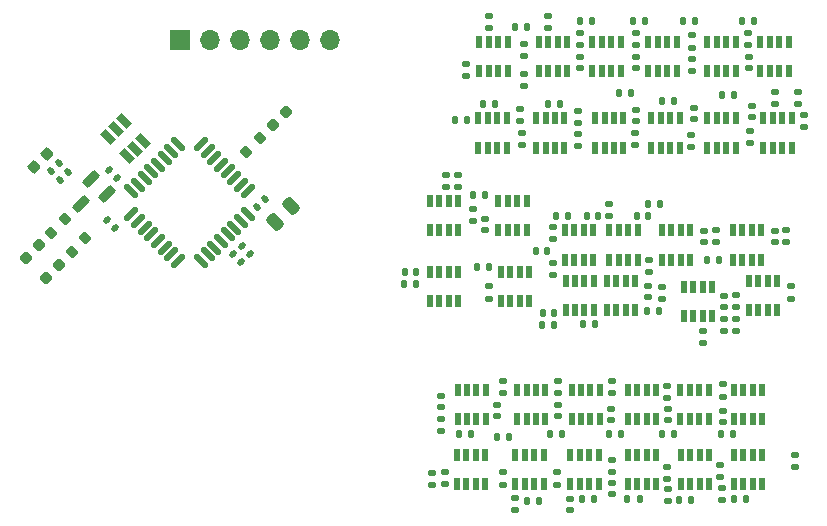
<source format=gbs>
%TF.GenerationSoftware,KiCad,Pcbnew,8.0.5*%
%TF.CreationDate,2024-11-01T13:05:59-07:00*%
%TF.ProjectId,bizcard,62697a63-6172-4642-9e6b-696361645f70,rev?*%
%TF.SameCoordinates,Original*%
%TF.FileFunction,Soldermask,Bot*%
%TF.FilePolarity,Negative*%
%FSLAX46Y46*%
G04 Gerber Fmt 4.6, Leading zero omitted, Abs format (unit mm)*
G04 Created by KiCad (PCBNEW 8.0.5) date 2024-11-01 13:05:59*
%MOMM*%
%LPD*%
G01*
G04 APERTURE LIST*
G04 Aperture macros list*
%AMRoundRect*
0 Rectangle with rounded corners*
0 $1 Rounding radius*
0 $2 $3 $4 $5 $6 $7 $8 $9 X,Y pos of 4 corners*
0 Add a 4 corners polygon primitive as box body*
4,1,4,$2,$3,$4,$5,$6,$7,$8,$9,$2,$3,0*
0 Add four circle primitives for the rounded corners*
1,1,$1+$1,$2,$3*
1,1,$1+$1,$4,$5*
1,1,$1+$1,$6,$7*
1,1,$1+$1,$8,$9*
0 Add four rect primitives between the rounded corners*
20,1,$1+$1,$2,$3,$4,$5,0*
20,1,$1+$1,$4,$5,$6,$7,0*
20,1,$1+$1,$6,$7,$8,$9,0*
20,1,$1+$1,$8,$9,$2,$3,0*%
%AMRotRect*
0 Rectangle, with rotation*
0 The origin of the aperture is its center*
0 $1 length*
0 $2 width*
0 $3 Rotation angle, in degrees counterclockwise*
0 Add horizontal line*
21,1,$1,$2,0,0,$3*%
G04 Aperture macros list end*
%ADD10R,1.700000X1.700000*%
%ADD11O,1.700000X1.700000*%
%ADD12RoundRect,0.135000X-0.135000X-0.185000X0.135000X-0.185000X0.135000X0.185000X-0.135000X0.185000X0*%
%ADD13RoundRect,0.140000X-0.170000X0.140000X-0.170000X-0.140000X0.170000X-0.140000X0.170000X0.140000X0*%
%ADD14RoundRect,0.140000X0.170000X-0.140000X0.170000X0.140000X-0.170000X0.140000X-0.170000X-0.140000X0*%
%ADD15RoundRect,0.140000X0.021213X-0.219203X0.219203X-0.021213X-0.021213X0.219203X-0.219203X0.021213X0*%
%ADD16RoundRect,0.051000X0.225000X0.450000X-0.225000X0.450000X-0.225000X-0.450000X0.225000X-0.450000X0*%
%ADD17RoundRect,0.051000X-0.225000X-0.450000X0.225000X-0.450000X0.225000X0.450000X-0.225000X0.450000X0*%
%ADD18RoundRect,0.140000X0.140000X0.170000X-0.140000X0.170000X-0.140000X-0.170000X0.140000X-0.170000X0*%
%ADD19RoundRect,0.135000X0.185000X-0.135000X0.185000X0.135000X-0.185000X0.135000X-0.185000X-0.135000X0*%
%ADD20RoundRect,0.135000X-0.185000X0.135000X-0.185000X-0.135000X0.185000X-0.135000X0.185000X0.135000X0*%
%ADD21RoundRect,0.135000X0.135000X0.185000X-0.135000X0.185000X-0.135000X-0.185000X0.135000X-0.185000X0*%
%ADD22RoundRect,0.218750X0.026517X-0.335876X0.335876X-0.026517X-0.026517X0.335876X-0.335876X0.026517X0*%
%ADD23RoundRect,0.250000X0.159099X-0.512652X0.512652X-0.159099X-0.159099X0.512652X-0.512652X0.159099X0*%
%ADD24RoundRect,0.140000X0.219203X0.021213X0.021213X0.219203X-0.219203X-0.021213X-0.021213X-0.219203X0*%
%ADD25RoundRect,0.200000X-0.053033X0.335876X-0.335876X0.053033X0.053033X-0.335876X0.335876X-0.053033X0*%
%ADD26RoundRect,0.125000X0.530330X-0.353553X-0.353553X0.530330X-0.530330X0.353553X0.353553X-0.530330X0*%
%ADD27RoundRect,0.125000X0.530330X0.353553X0.353553X0.530330X-0.530330X-0.353553X-0.353553X-0.530330X0*%
%ADD28RoundRect,0.140000X-0.219203X-0.021213X-0.021213X-0.219203X0.219203X0.021213X0.021213X0.219203X0*%
%ADD29RotRect,0.600000X1.200000X45.000000*%
%ADD30RoundRect,0.218750X-0.026517X0.335876X-0.335876X0.026517X0.026517X-0.335876X0.335876X-0.026517X0*%
%ADD31RoundRect,0.070000X0.247487X0.671751X-0.671751X-0.247487X-0.247487X-0.671751X0.671751X0.247487X0*%
%ADD32RoundRect,0.225000X0.017678X-0.335876X0.335876X-0.017678X-0.017678X0.335876X-0.335876X0.017678X0*%
%ADD33RoundRect,0.140000X-0.140000X-0.170000X0.140000X-0.170000X0.140000X0.170000X-0.140000X0.170000X0*%
%ADD34RoundRect,0.200000X0.053033X-0.335876X0.335876X-0.053033X-0.053033X0.335876X-0.335876X0.053033X0*%
G04 APERTURE END LIST*
D10*
%TO.C,J2*%
X87580000Y-63000000D03*
D11*
X90120000Y-63000000D03*
X92660000Y-63000000D03*
X95200000Y-63000000D03*
X97740000Y-63000000D03*
X100280000Y-63000000D03*
%TD*%
D12*
%TO.C,R37*%
X112740000Y-82250000D03*
X113760000Y-82250000D03*
%TD*%
D13*
%TO.C,C26*%
X114450000Y-93920000D03*
X114450000Y-94880000D03*
%TD*%
D14*
%TO.C,C12*%
X139950000Y-68400000D03*
X139950000Y-67440000D03*
%TD*%
D15*
%TO.C,C39*%
X77460589Y-74839411D03*
X78139411Y-74160589D03*
%TD*%
D16*
%TO.C,U6*%
X139150000Y-65650000D03*
X138350000Y-65650000D03*
X137550000Y-65650000D03*
X136750000Y-65650000D03*
X136750000Y-63150000D03*
X137550000Y-63150000D03*
X138350000Y-63150000D03*
X139150000Y-63150000D03*
%TD*%
D17*
%TO.C,U35*%
X130000000Y-98150000D03*
X130800000Y-98150000D03*
X131600000Y-98150000D03*
X132400000Y-98150000D03*
X132400000Y-100650000D03*
X131600000Y-100650000D03*
X130800000Y-100650000D03*
X130000000Y-100650000D03*
%TD*%
D13*
%TO.C,C2*%
X116700000Y-65920000D03*
X116700000Y-66880000D03*
%TD*%
D14*
%TO.C,C17*%
X131950000Y-80130000D03*
X131950000Y-79170000D03*
%TD*%
D16*
%TO.C,U12*%
X139400000Y-72150000D03*
X138600000Y-72150000D03*
X137800000Y-72150000D03*
X137000000Y-72150000D03*
X137000000Y-69650000D03*
X137800000Y-69650000D03*
X138600000Y-69650000D03*
X139400000Y-69650000D03*
%TD*%
D18*
%TO.C,C16*%
X127230000Y-77900000D03*
X126270000Y-77900000D03*
%TD*%
D19*
%TO.C,R48*%
X134700000Y-87660000D03*
X134700000Y-86640000D03*
%TD*%
D20*
%TO.C,R60*%
X133550000Y-92190000D03*
X133550000Y-93210000D03*
%TD*%
D17*
%TO.C,U21*%
X120250000Y-83400000D03*
X121050000Y-83400000D03*
X121850000Y-83400000D03*
X122650000Y-83400000D03*
X122650000Y-85900000D03*
X121850000Y-85900000D03*
X121050000Y-85900000D03*
X120250000Y-85900000D03*
%TD*%
D21*
%TO.C,R9*%
X131210000Y-61400000D03*
X130190000Y-61400000D03*
%TD*%
D22*
%TO.C,D38*%
X76243153Y-83156847D03*
X77356847Y-82043153D03*
%TD*%
D19*
%TO.C,R78*%
X113800000Y-62010000D03*
X113800000Y-60990000D03*
%TD*%
D14*
%TO.C,C24*%
X134700000Y-85610000D03*
X134700000Y-84650000D03*
%TD*%
D18*
%TO.C,C19*%
X107580000Y-82700000D03*
X106620000Y-82700000D03*
%TD*%
D20*
%TO.C,R58*%
X128850000Y-92340000D03*
X128850000Y-93360000D03*
%TD*%
D16*
%TO.C,U3*%
X124900000Y-65650000D03*
X124100000Y-65650000D03*
X123300000Y-65650000D03*
X122500000Y-65650000D03*
X122500000Y-63150000D03*
X123300000Y-63150000D03*
X124100000Y-63150000D03*
X124900000Y-63150000D03*
%TD*%
D19*
%TO.C,R18*%
X126150000Y-71910000D03*
X126150000Y-70890000D03*
%TD*%
%TO.C,R23*%
X137950000Y-68460000D03*
X137950000Y-67440000D03*
%TD*%
D16*
%TO.C,U8*%
X120150000Y-72150000D03*
X119350000Y-72150000D03*
X118550000Y-72150000D03*
X117750000Y-72150000D03*
X117750000Y-69650000D03*
X118550000Y-69650000D03*
X119350000Y-69650000D03*
X120150000Y-69650000D03*
%TD*%
D13*
%TO.C,C45*%
X111785000Y-65087500D03*
X111785000Y-66047500D03*
%TD*%
D16*
%TO.C,U9*%
X125150000Y-72150000D03*
X124350000Y-72150000D03*
X123550000Y-72150000D03*
X122750000Y-72150000D03*
X122750000Y-69650000D03*
X123550000Y-69650000D03*
X124350000Y-69650000D03*
X125150000Y-69650000D03*
%TD*%
D19*
%TO.C,R31*%
X119200000Y-79910000D03*
X119200000Y-78890000D03*
%TD*%
D21*
%TO.C,R11*%
X136220000Y-61400000D03*
X135200000Y-61400000D03*
%TD*%
D19*
%TO.C,R46*%
X133700000Y-87660000D03*
X133700000Y-86640000D03*
%TD*%
D17*
%TO.C,U16*%
X123950000Y-79150000D03*
X124750000Y-79150000D03*
X125550000Y-79150000D03*
X126350000Y-79150000D03*
X126350000Y-81650000D03*
X125550000Y-81650000D03*
X124750000Y-81650000D03*
X123950000Y-81650000D03*
%TD*%
D19*
%TO.C,R20*%
X130850000Y-72060000D03*
X130850000Y-71040000D03*
%TD*%
D16*
%TO.C,U15*%
X122600000Y-81650000D03*
X121800000Y-81650000D03*
X121000000Y-81650000D03*
X120200000Y-81650000D03*
X120200000Y-79150000D03*
X121000000Y-79150000D03*
X121800000Y-79150000D03*
X122600000Y-79150000D03*
%TD*%
D20*
%TO.C,R67*%
X128850000Y-99140000D03*
X128850000Y-100160000D03*
%TD*%
D23*
%TO.C,C41*%
X95628249Y-78421751D03*
X96971751Y-77078249D03*
%TD*%
D24*
%TO.C,C42*%
X82239411Y-74739411D03*
X81560589Y-74060589D03*
%TD*%
D16*
%TO.C,U10*%
X129900000Y-72150000D03*
X129100000Y-72150000D03*
X128300000Y-72150000D03*
X127500000Y-72150000D03*
X127500000Y-69650000D03*
X128300000Y-69650000D03*
X129100000Y-69650000D03*
X129900000Y-69650000D03*
%TD*%
D21*
%TO.C,R49*%
X112210000Y-96400000D03*
X111190000Y-96400000D03*
%TD*%
D17*
%TO.C,U34*%
X125500000Y-98150000D03*
X126300000Y-98150000D03*
X127100000Y-98150000D03*
X127900000Y-98150000D03*
X127900000Y-100650000D03*
X127100000Y-100650000D03*
X126300000Y-100650000D03*
X125500000Y-100650000D03*
%TD*%
D19*
%TO.C,R16*%
X121300000Y-72010000D03*
X121300000Y-70990000D03*
%TD*%
D25*
%TO.C,R2*%
X79583363Y-79816637D03*
X78416637Y-80983363D03*
%TD*%
D14*
%TO.C,C13*%
X111150000Y-75430000D03*
X111150000Y-74470000D03*
%TD*%
D19*
%TO.C,R47*%
X139300000Y-84910000D03*
X139300000Y-83890000D03*
%TD*%
D18*
%TO.C,C21*%
X119280000Y-86150000D03*
X118320000Y-86150000D03*
%TD*%
D13*
%TO.C,C8*%
X121300000Y-69070000D03*
X121300000Y-70030000D03*
%TD*%
D14*
%TO.C,C31*%
X108900000Y-100660000D03*
X108900000Y-99700000D03*
%TD*%
D13*
%TO.C,C4*%
X126200000Y-64420000D03*
X126200000Y-65380000D03*
%TD*%
D20*
%TO.C,R28*%
X112450000Y-77290000D03*
X112450000Y-78310000D03*
%TD*%
D15*
%TO.C,C37*%
X76721178Y-74078822D03*
X77400000Y-73400000D03*
%TD*%
D14*
%TO.C,C18*%
X137950000Y-80130000D03*
X137950000Y-79170000D03*
%TD*%
D12*
%TO.C,R17*%
X124740000Y-67550000D03*
X125760000Y-67550000D03*
%TD*%
D13*
%TO.C,C34*%
X124200000Y-100520000D03*
X124200000Y-101480000D03*
%TD*%
%TO.C,C6*%
X135750000Y-64470000D03*
X135750000Y-65430000D03*
%TD*%
D17*
%TO.C,U26*%
X116147500Y-92650000D03*
X116947500Y-92650000D03*
X117747500Y-92650000D03*
X118547500Y-92650000D03*
X118547500Y-95150000D03*
X117747500Y-95150000D03*
X116947500Y-95150000D03*
X116147500Y-95150000D03*
%TD*%
D16*
%TO.C,U38*%
X115337500Y-65650000D03*
X114537500Y-65650000D03*
X113737500Y-65650000D03*
X112937500Y-65650000D03*
X112937500Y-63150000D03*
X113737500Y-63150000D03*
X114537500Y-63150000D03*
X115337500Y-63150000D03*
%TD*%
D13*
%TO.C,C35*%
X128900000Y-101070000D03*
X128900000Y-102030000D03*
%TD*%
D26*
%TO.C,U37*%
X93332070Y-77772272D03*
X92766384Y-78337957D03*
X92200699Y-78903643D03*
X91635014Y-79469328D03*
X91069328Y-80035014D03*
X90503643Y-80600699D03*
X89937957Y-81166384D03*
X89372272Y-81732070D03*
D27*
X87427728Y-81732070D03*
X86862043Y-81166384D03*
X86296357Y-80600699D03*
X85730672Y-80035014D03*
X85164986Y-79469328D03*
X84599301Y-78903643D03*
X84033616Y-78337957D03*
X83467930Y-77772272D03*
D26*
X83467930Y-75827728D03*
X84033616Y-75262043D03*
X84599301Y-74696357D03*
X85164986Y-74130672D03*
X85730672Y-73564986D03*
X86296357Y-72999301D03*
X86862043Y-72433616D03*
X87427728Y-71867930D03*
D27*
X89372272Y-71867930D03*
X89937957Y-72433616D03*
X90503643Y-72999301D03*
X91069328Y-73564986D03*
X91635014Y-74130672D03*
X92200699Y-74696357D03*
X92766384Y-75262043D03*
X93332070Y-75827728D03*
%TD*%
D20*
%TO.C,R36*%
X138950000Y-79140000D03*
X138950000Y-80160000D03*
%TD*%
D16*
%TO.C,U13*%
X111150000Y-79150000D03*
X110350000Y-79150000D03*
X109550000Y-79150000D03*
X108750000Y-79150000D03*
X108750000Y-76650000D03*
X109550000Y-76650000D03*
X110350000Y-76650000D03*
X111150000Y-76650000D03*
%TD*%
D28*
%TO.C,C1*%
X92860589Y-80460589D03*
X93539411Y-81139411D03*
%TD*%
D13*
%TO.C,C30*%
X133550000Y-94420000D03*
X133550000Y-95380000D03*
%TD*%
D19*
%TO.C,R40*%
X119200000Y-82900000D03*
X119200000Y-81880000D03*
%TD*%
D21*
%TO.C,R79*%
X116960000Y-61900000D03*
X115940000Y-61900000D03*
%TD*%
D16*
%TO.C,U19*%
X111150000Y-85150000D03*
X110350000Y-85150000D03*
X109550000Y-85150000D03*
X108750000Y-85150000D03*
X108750000Y-82650000D03*
X109550000Y-82650000D03*
X110350000Y-82650000D03*
X111150000Y-82650000D03*
%TD*%
D14*
%TO.C,C23*%
X133700000Y-85630000D03*
X133700000Y-84670000D03*
%TD*%
D19*
%TO.C,R71*%
X139650000Y-99210000D03*
X139650000Y-98190000D03*
%TD*%
D29*
%TO.C,D37*%
X81515076Y-71258579D03*
X82186827Y-70586827D03*
X82858579Y-69915076D03*
X84484924Y-71541421D03*
X83813173Y-72213173D03*
X83141421Y-72884924D03*
%TD*%
D21*
%TO.C,R68*%
X126510000Y-101900000D03*
X125490000Y-101900000D03*
%TD*%
D13*
%TO.C,C32*%
X115950000Y-101820000D03*
X115950000Y-102780000D03*
%TD*%
D12*
%TO.C,R15*%
X118790000Y-68450000D03*
X119810000Y-68450000D03*
%TD*%
D30*
%TO.C,D39*%
X96556847Y-69143153D03*
X95443153Y-70256847D03*
%TD*%
D20*
%TO.C,R65*%
X124200000Y-98590000D03*
X124200000Y-99610000D03*
%TD*%
%TO.C,R54*%
X119600000Y-91890000D03*
X119600000Y-92910000D03*
%TD*%
D14*
%TO.C,C22*%
X127200000Y-84780000D03*
X127200000Y-83820000D03*
%TD*%
D13*
%TO.C,C11*%
X136050000Y-68620000D03*
X136050000Y-69580000D03*
%TD*%
D21*
%TO.C,R27*%
X113460000Y-76150000D03*
X112440000Y-76150000D03*
%TD*%
D17*
%TO.C,U36*%
X134500000Y-98150000D03*
X135300000Y-98150000D03*
X136100000Y-98150000D03*
X136900000Y-98150000D03*
X136900000Y-100650000D03*
X136100000Y-100650000D03*
X135300000Y-100650000D03*
X134500000Y-100650000D03*
%TD*%
D19*
%TO.C,R24*%
X140450000Y-70420000D03*
X140450000Y-69400000D03*
%TD*%
D20*
%TO.C,R30*%
X123950000Y-76940000D03*
X123950000Y-77960000D03*
%TD*%
D17*
%TO.C,U25*%
X111102500Y-92650000D03*
X111902500Y-92650000D03*
X112702500Y-92650000D03*
X113502500Y-92650000D03*
X113502500Y-95150000D03*
X112702500Y-95150000D03*
X111902500Y-95150000D03*
X111102500Y-95150000D03*
%TD*%
D20*
%TO.C,R26*%
X110150000Y-74440000D03*
X110150000Y-75460000D03*
%TD*%
D17*
%TO.C,U24*%
X135750000Y-83400000D03*
X136550000Y-83400000D03*
X137350000Y-83400000D03*
X138150000Y-83400000D03*
X138150000Y-85900000D03*
X137350000Y-85900000D03*
X136550000Y-85900000D03*
X135750000Y-85900000D03*
%TD*%
D31*
%TO.C,U1*%
X80056497Y-74756497D03*
X81400000Y-76100000D03*
X79243324Y-76913173D03*
%TD*%
D21*
%TO.C,R57*%
X129460000Y-96400000D03*
X128440000Y-96400000D03*
%TD*%
D18*
%TO.C,C15*%
X123010000Y-77950000D03*
X122050000Y-77950000D03*
%TD*%
D17*
%TO.C,U31*%
X111040000Y-98150000D03*
X111840000Y-98150000D03*
X112640000Y-98150000D03*
X113440000Y-98150000D03*
X113440000Y-100650000D03*
X112640000Y-100650000D03*
X111840000Y-100650000D03*
X111040000Y-100650000D03*
%TD*%
%TO.C,U18*%
X134397500Y-79150000D03*
X135197500Y-79150000D03*
X135997500Y-79150000D03*
X136797500Y-79150000D03*
X136797500Y-81650000D03*
X135997500Y-81650000D03*
X135197500Y-81650000D03*
X134397500Y-81650000D03*
%TD*%
%TO.C,U17*%
X128400000Y-79150000D03*
X129200000Y-79150000D03*
X130000000Y-79150000D03*
X130800000Y-79150000D03*
X130800000Y-81650000D03*
X130000000Y-81650000D03*
X129200000Y-81650000D03*
X128400000Y-81650000D03*
%TD*%
D19*
%TO.C,R14*%
X116550000Y-71910000D03*
X116550000Y-70890000D03*
%TD*%
D12*
%TO.C,R25*%
X110890000Y-69800000D03*
X111910000Y-69800000D03*
%TD*%
D17*
%TO.C,U30*%
X134500000Y-92650000D03*
X135300000Y-92650000D03*
X136100000Y-92650000D03*
X136900000Y-92650000D03*
X136900000Y-95150000D03*
X136100000Y-95150000D03*
X135300000Y-95150000D03*
X134500000Y-95150000D03*
%TD*%
D19*
%TO.C,R3*%
X118750000Y-62010000D03*
X118750000Y-60990000D03*
%TD*%
D21*
%TO.C,R66*%
X122620000Y-101850000D03*
X121600000Y-101850000D03*
%TD*%
%TO.C,R55*%
X124960000Y-96400000D03*
X123940000Y-96400000D03*
%TD*%
%TO.C,R32*%
X128210000Y-76950000D03*
X127190000Y-76950000D03*
%TD*%
D19*
%TO.C,R22*%
X135850000Y-71710000D03*
X135850000Y-70690000D03*
%TD*%
D14*
%TO.C,C25*%
X109700000Y-94130000D03*
X109700000Y-93170000D03*
%TD*%
D21*
%TO.C,R29*%
X120460000Y-77900000D03*
X119440000Y-77900000D03*
%TD*%
%TO.C,R59*%
X134460000Y-96400000D03*
X133440000Y-96400000D03*
%TD*%
D20*
%TO.C,R34*%
X132950000Y-79130000D03*
X132950000Y-80150000D03*
%TD*%
%TO.C,R8*%
X126200000Y-62390000D03*
X126200000Y-63410000D03*
%TD*%
D16*
%TO.C,U4*%
X129650000Y-65650000D03*
X128850000Y-65650000D03*
X128050000Y-65650000D03*
X127250000Y-65650000D03*
X127250000Y-63150000D03*
X128050000Y-63150000D03*
X128850000Y-63150000D03*
X129650000Y-63150000D03*
%TD*%
D17*
%TO.C,U27*%
X120750000Y-92650000D03*
X121550000Y-92650000D03*
X122350000Y-92650000D03*
X123150000Y-92650000D03*
X123150000Y-95150000D03*
X122350000Y-95150000D03*
X121550000Y-95150000D03*
X120750000Y-95150000D03*
%TD*%
D32*
%TO.C,C44*%
X75251992Y-73748008D03*
X76348008Y-72651992D03*
%TD*%
D33*
%TO.C,C20*%
X117720000Y-80900000D03*
X118680000Y-80900000D03*
%TD*%
D17*
%TO.C,U33*%
X120647500Y-98150000D03*
X121447500Y-98150000D03*
X122247500Y-98150000D03*
X123047500Y-98150000D03*
X123047500Y-100650000D03*
X122247500Y-100650000D03*
X121447500Y-100650000D03*
X120647500Y-100650000D03*
%TD*%
D19*
%TO.C,R63*%
X119550000Y-100660000D03*
X119550000Y-99640000D03*
%TD*%
D13*
%TO.C,C5*%
X130950000Y-64670000D03*
X130950000Y-65630000D03*
%TD*%
D16*
%TO.C,U20*%
X117150000Y-85150000D03*
X116350000Y-85150000D03*
X115550000Y-85150000D03*
X114750000Y-85150000D03*
X114750000Y-82650000D03*
X115550000Y-82650000D03*
X116350000Y-82650000D03*
X117150000Y-82650000D03*
%TD*%
D21*
%TO.C,R72*%
X135510000Y-101850000D03*
X134490000Y-101850000D03*
%TD*%
D16*
%TO.C,U5*%
X134650000Y-65650000D03*
X133850000Y-65650000D03*
X133050000Y-65650000D03*
X132250000Y-65650000D03*
X132250000Y-63150000D03*
X133050000Y-63150000D03*
X133850000Y-63150000D03*
X134650000Y-63150000D03*
%TD*%
D13*
%TO.C,C9*%
X126200000Y-68920000D03*
X126200000Y-69880000D03*
%TD*%
D16*
%TO.C,U14*%
X116950000Y-79150000D03*
X116150000Y-79150000D03*
X115350000Y-79150000D03*
X114550000Y-79150000D03*
X114550000Y-76650000D03*
X115350000Y-76650000D03*
X116150000Y-76650000D03*
X116950000Y-76650000D03*
%TD*%
D20*
%TO.C,R56*%
X124200000Y-91890000D03*
X124200000Y-92910000D03*
%TD*%
D22*
%TO.C,D2*%
X74586306Y-81513694D03*
X75700000Y-80400000D03*
%TD*%
D17*
%TO.C,U28*%
X125500000Y-92650000D03*
X126300000Y-92650000D03*
X127100000Y-92650000D03*
X127900000Y-92650000D03*
X127900000Y-95150000D03*
X127100000Y-95150000D03*
X126300000Y-95150000D03*
X125500000Y-95150000D03*
%TD*%
D21*
%TO.C,R53*%
X119970000Y-96400000D03*
X118950000Y-96400000D03*
%TD*%
%TO.C,R70*%
X130860000Y-102000000D03*
X129840000Y-102000000D03*
%TD*%
D13*
%TO.C,C7*%
X116400000Y-68900000D03*
X116400000Y-69860000D03*
%TD*%
D12*
%TO.C,R13*%
X113290000Y-68450000D03*
X114310000Y-68450000D03*
%TD*%
D20*
%TO.C,R33*%
X127300000Y-81640000D03*
X127300000Y-82660000D03*
%TD*%
D17*
%TO.C,U22*%
X123750000Y-83400000D03*
X124550000Y-83400000D03*
X125350000Y-83400000D03*
X126150000Y-83400000D03*
X126150000Y-85900000D03*
X125350000Y-85900000D03*
X124550000Y-85900000D03*
X123750000Y-85900000D03*
%TD*%
D16*
%TO.C,U2*%
X120400000Y-65650000D03*
X119600000Y-65650000D03*
X118800000Y-65650000D03*
X118000000Y-65650000D03*
X118000000Y-63150000D03*
X118800000Y-63150000D03*
X119600000Y-63150000D03*
X120400000Y-63150000D03*
%TD*%
D34*
%TO.C,R73*%
X93216637Y-72483363D03*
X94383363Y-71316637D03*
%TD*%
D13*
%TO.C,C27*%
X119600000Y-93920000D03*
X119600000Y-94880000D03*
%TD*%
D16*
%TO.C,U7*%
X115252500Y-72150000D03*
X114452500Y-72150000D03*
X113652500Y-72150000D03*
X112852500Y-72150000D03*
X112852500Y-69650000D03*
X113652500Y-69650000D03*
X114452500Y-69650000D03*
X115252500Y-69650000D03*
%TD*%
D17*
%TO.C,U29*%
X129950000Y-92650000D03*
X130750000Y-92650000D03*
X131550000Y-92650000D03*
X132350000Y-92650000D03*
X132350000Y-95150000D03*
X131550000Y-95150000D03*
X130750000Y-95150000D03*
X129950000Y-95150000D03*
%TD*%
D20*
%TO.C,R4*%
X116700000Y-63390000D03*
X116700000Y-64410000D03*
%TD*%
D13*
%TO.C,C36*%
X133450000Y-100970000D03*
X133450000Y-101930000D03*
%TD*%
D12*
%TO.C,R43*%
X127140000Y-85950000D03*
X128160000Y-85950000D03*
%TD*%
D25*
%TO.C,R1*%
X77883363Y-78216637D03*
X76716637Y-79383363D03*
%TD*%
D12*
%TO.C,R42*%
X118240000Y-87150000D03*
X119260000Y-87150000D03*
%TD*%
D28*
%TO.C,C43*%
X92060589Y-81160589D03*
X92739411Y-81839411D03*
%TD*%
D20*
%TO.C,R39*%
X113750000Y-83890000D03*
X113750000Y-84910000D03*
%TD*%
D13*
%TO.C,C14*%
X113450000Y-78150000D03*
X113450000Y-79110000D03*
%TD*%
D19*
%TO.C,R61*%
X114950000Y-100660000D03*
X114950000Y-99640000D03*
%TD*%
D20*
%TO.C,R10*%
X130950000Y-62640000D03*
X130950000Y-63660000D03*
%TD*%
D13*
%TO.C,C3*%
X121500000Y-64420000D03*
X121500000Y-65380000D03*
%TD*%
D19*
%TO.C,R50*%
X109700000Y-96160000D03*
X109700000Y-95140000D03*
%TD*%
D13*
%TO.C,C33*%
X120650000Y-101870000D03*
X120650000Y-102830000D03*
%TD*%
D20*
%TO.C,R44*%
X128400000Y-83940000D03*
X128400000Y-84960000D03*
%TD*%
%TO.C,R45*%
X131900000Y-87640000D03*
X131900000Y-88660000D03*
%TD*%
D16*
%TO.C,U11*%
X134650000Y-72150000D03*
X133850000Y-72150000D03*
X133050000Y-72150000D03*
X132250000Y-72150000D03*
X132250000Y-69650000D03*
X133050000Y-69650000D03*
X133850000Y-69650000D03*
X134650000Y-69650000D03*
%TD*%
D21*
%TO.C,R7*%
X126960000Y-61400000D03*
X125940000Y-61400000D03*
%TD*%
D12*
%TO.C,R19*%
X128390000Y-68200000D03*
X129410000Y-68200000D03*
%TD*%
D14*
%TO.C,C28*%
X124100000Y-95230000D03*
X124100000Y-94270000D03*
%TD*%
%TO.C,C29*%
X128950000Y-95230000D03*
X128950000Y-94270000D03*
%TD*%
D20*
%TO.C,R52*%
X114950000Y-91880000D03*
X114950000Y-92900000D03*
%TD*%
D21*
%TO.C,R5*%
X122460000Y-61400000D03*
X121440000Y-61400000D03*
%TD*%
D15*
%TO.C,C40*%
X94110589Y-77139411D03*
X94789411Y-76460589D03*
%TD*%
D12*
%TO.C,R21*%
X133490000Y-67700000D03*
X134510000Y-67700000D03*
%TD*%
D21*
%TO.C,R64*%
X117960000Y-102050000D03*
X116940000Y-102050000D03*
%TD*%
D12*
%TO.C,R38*%
X106590000Y-83700000D03*
X107610000Y-83700000D03*
%TD*%
%TO.C,R41*%
X121740000Y-87100000D03*
X122760000Y-87100000D03*
%TD*%
D17*
%TO.C,U32*%
X116000000Y-98150000D03*
X116800000Y-98150000D03*
X117600000Y-98150000D03*
X118400000Y-98150000D03*
X118400000Y-100650000D03*
X117600000Y-100650000D03*
X116800000Y-100650000D03*
X116000000Y-100650000D03*
%TD*%
D21*
%TO.C,R35*%
X133210000Y-81650000D03*
X132190000Y-81650000D03*
%TD*%
D13*
%TO.C,C10*%
X131100000Y-68770000D03*
X131100000Y-69730000D03*
%TD*%
D20*
%TO.C,R62*%
X110000000Y-99630000D03*
X110000000Y-100650000D03*
%TD*%
D28*
%TO.C,C38*%
X81460589Y-78260589D03*
X82139411Y-78939411D03*
%TD*%
D17*
%TO.C,U23*%
X130250000Y-83900000D03*
X131050000Y-83900000D03*
X131850000Y-83900000D03*
X132650000Y-83900000D03*
X132650000Y-86400000D03*
X131850000Y-86400000D03*
X131050000Y-86400000D03*
X130250000Y-86400000D03*
%TD*%
D20*
%TO.C,R12*%
X135700000Y-62390000D03*
X135700000Y-63410000D03*
%TD*%
%TO.C,R6*%
X121450000Y-62390000D03*
X121450000Y-63410000D03*
%TD*%
D21*
%TO.C,R51*%
X115460000Y-96650000D03*
X114440000Y-96650000D03*
%TD*%
D20*
%TO.C,R69*%
X133350000Y-99040000D03*
X133350000Y-100060000D03*
%TD*%
M02*

</source>
